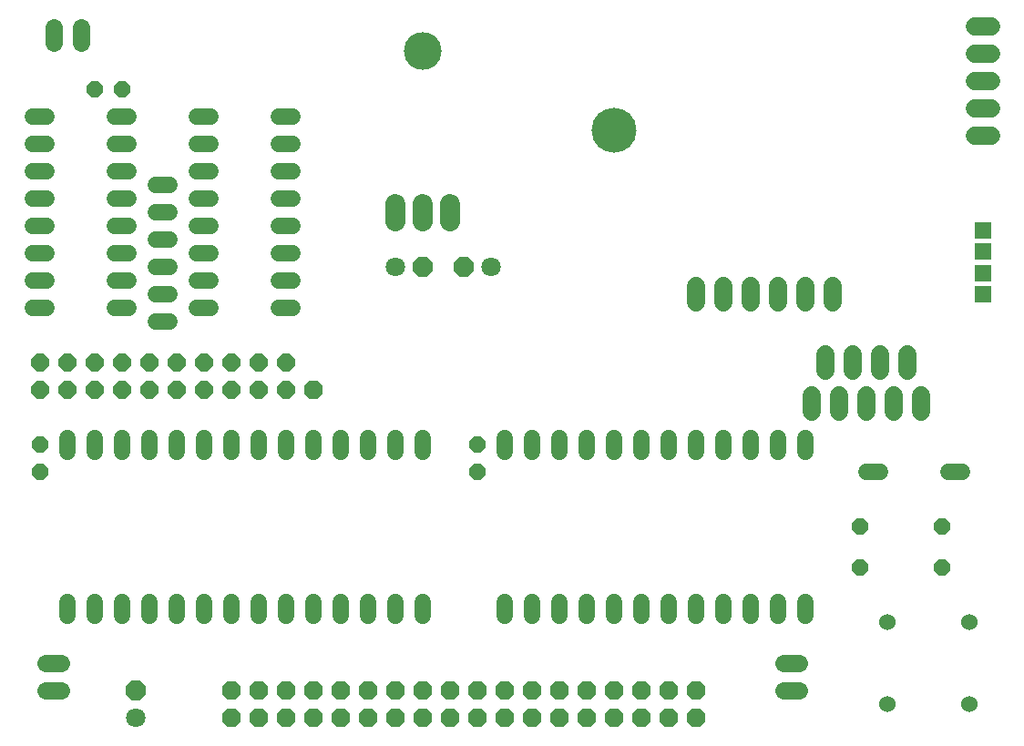
<source format=gts>
G04 EAGLE Gerber RS-274X export*
G75*
%MOMM*%
%FSLAX34Y34*%
%LPD*%
%INSoldermask Top*%
%IPPOS*%
%AMOC8*
5,1,8,0,0,1.08239X$1,22.5*%
G01*
%ADD10P,1.649562X8X202.500000*%
%ADD11P,1.649562X8X292.500000*%
%ADD12C,1.524000*%
%ADD13P,1.951982X8X112.500000*%
%ADD14C,1.803400*%
%ADD15C,1.524000*%
%ADD16P,1.759533X8X22.500000*%
%ADD17C,1.625600*%
%ADD18C,1.727200*%
%ADD19R,1.511200X1.511200*%
%ADD20P,1.951982X8X22.500000*%
%ADD21P,1.951982X8X202.500000*%
%ADD22C,1.879600*%
%ADD23C,3.505200*%
%ADD24C,4.165600*%
%ADD25P,1.869504X8X202.500000*%
%ADD26P,1.649562X8X22.500000*%
%ADD27P,1.869504X8X22.500000*%


D10*
X101600Y622300D03*
X76200Y622300D03*
D11*
X25400Y292100D03*
X25400Y266700D03*
X431800Y292100D03*
X431800Y266700D03*
D12*
X889000Y127000D03*
X812800Y127000D03*
X812800Y50800D03*
X889000Y50800D03*
D13*
X114300Y63500D03*
D14*
X114300Y38100D03*
D15*
X50800Y133096D02*
X50800Y146304D01*
X76200Y146304D02*
X76200Y133096D01*
X101600Y133096D02*
X101600Y146304D01*
X127000Y146304D02*
X127000Y133096D01*
X152400Y133096D02*
X152400Y146304D01*
X177800Y146304D02*
X177800Y133096D01*
X203200Y133096D02*
X203200Y146304D01*
X228600Y146304D02*
X228600Y133096D01*
X254000Y133096D02*
X254000Y146304D01*
X279400Y146304D02*
X279400Y133096D01*
X304800Y133096D02*
X304800Y146304D01*
X330200Y146304D02*
X330200Y133096D01*
X355600Y133096D02*
X355600Y146304D01*
X381000Y146304D02*
X381000Y133096D01*
X381000Y285496D02*
X381000Y298704D01*
X355600Y298704D02*
X355600Y285496D01*
X330200Y285496D02*
X330200Y298704D01*
X304800Y298704D02*
X304800Y285496D01*
X279400Y285496D02*
X279400Y298704D01*
X254000Y298704D02*
X254000Y285496D01*
X228600Y285496D02*
X228600Y298704D01*
X203200Y298704D02*
X203200Y285496D01*
X177800Y285496D02*
X177800Y298704D01*
X152400Y298704D02*
X152400Y285496D01*
X127000Y285496D02*
X127000Y298704D01*
X101600Y298704D02*
X101600Y285496D01*
X76200Y285496D02*
X76200Y298704D01*
X50800Y298704D02*
X50800Y285496D01*
D16*
X25400Y342900D03*
X25400Y368300D03*
X50800Y342900D03*
X50800Y368300D03*
X76200Y342900D03*
X76200Y368300D03*
X101600Y342900D03*
X101600Y368300D03*
X127000Y342900D03*
X127000Y368300D03*
X152400Y342900D03*
X152400Y368300D03*
X177800Y342900D03*
X177800Y368300D03*
X203200Y342900D03*
X203200Y368300D03*
X228600Y342900D03*
X228600Y368300D03*
X254000Y342900D03*
X254000Y368300D03*
D15*
X32004Y596900D02*
X18796Y596900D01*
X18796Y571500D02*
X32004Y571500D01*
X32004Y444500D02*
X18796Y444500D01*
X18796Y419100D02*
X32004Y419100D01*
X32004Y546100D02*
X18796Y546100D01*
X18796Y520700D02*
X32004Y520700D01*
X32004Y469900D02*
X18796Y469900D01*
X18796Y495300D02*
X32004Y495300D01*
X94996Y419100D02*
X108204Y419100D01*
X108204Y444500D02*
X94996Y444500D01*
X94996Y469900D02*
X108204Y469900D01*
X108204Y495300D02*
X94996Y495300D01*
X94996Y520700D02*
X108204Y520700D01*
X108204Y546100D02*
X94996Y546100D01*
X94996Y571500D02*
X108204Y571500D01*
X108204Y596900D02*
X94996Y596900D01*
X133096Y533400D02*
X146304Y533400D01*
X146304Y508000D02*
X133096Y508000D01*
X133096Y482600D02*
X146304Y482600D01*
X146304Y457200D02*
X133096Y457200D01*
X133096Y431800D02*
X146304Y431800D01*
X146304Y406400D02*
X133096Y406400D01*
D17*
X716788Y63500D02*
X731012Y63500D01*
X731012Y88900D02*
X716788Y88900D01*
D15*
X457200Y133096D02*
X457200Y146304D01*
X482600Y146304D02*
X482600Y133096D01*
X508000Y133096D02*
X508000Y146304D01*
X533400Y146304D02*
X533400Y133096D01*
X558800Y133096D02*
X558800Y146304D01*
X584200Y146304D02*
X584200Y133096D01*
X609600Y133096D02*
X609600Y146304D01*
X635000Y146304D02*
X635000Y133096D01*
X660400Y133096D02*
X660400Y146304D01*
X685800Y146304D02*
X685800Y133096D01*
X711200Y133096D02*
X711200Y146304D01*
X736600Y146304D02*
X736600Y133096D01*
X736600Y285496D02*
X736600Y298704D01*
X711200Y298704D02*
X711200Y285496D01*
X685800Y285496D02*
X685800Y298704D01*
X660400Y298704D02*
X660400Y285496D01*
X635000Y285496D02*
X635000Y298704D01*
X609600Y298704D02*
X609600Y285496D01*
X584200Y285496D02*
X584200Y298704D01*
X558800Y298704D02*
X558800Y285496D01*
X533400Y285496D02*
X533400Y298704D01*
X508000Y298704D02*
X508000Y285496D01*
X482600Y285496D02*
X482600Y298704D01*
X457200Y298704D02*
X457200Y285496D01*
D17*
X45212Y88900D02*
X30988Y88900D01*
X30988Y63500D02*
X45212Y63500D01*
X38100Y665988D02*
X38100Y680212D01*
X63500Y680212D02*
X63500Y665988D01*
D18*
X635000Y439420D02*
X635000Y424180D01*
X660400Y424180D02*
X660400Y439420D01*
X685800Y439420D02*
X685800Y424180D01*
X711200Y424180D02*
X711200Y439420D01*
X736600Y439420D02*
X736600Y424180D01*
X762000Y424180D02*
X762000Y439420D01*
D19*
X901700Y431800D03*
X901700Y451866D03*
X901700Y471678D03*
X901700Y491744D03*
D18*
X909320Y579120D02*
X894080Y579120D01*
X894080Y604520D02*
X909320Y604520D01*
X909320Y629920D02*
X894080Y629920D01*
X894080Y655320D02*
X909320Y655320D01*
X909320Y680720D02*
X894080Y680720D01*
X844550Y337820D02*
X844550Y322580D01*
X819150Y322580D02*
X819150Y337820D01*
X793750Y337820D02*
X793750Y322580D01*
X768350Y322580D02*
X768350Y337820D01*
X742950Y337820D02*
X742950Y322580D01*
D20*
X381000Y457200D03*
D14*
X355600Y457200D03*
D21*
X419100Y457200D03*
D14*
X444500Y457200D03*
D22*
X355600Y499618D02*
X355600Y516382D01*
X381000Y516382D02*
X381000Y499618D01*
X406400Y499618D02*
X406400Y516382D01*
D23*
X381000Y657860D03*
D24*
X558800Y584200D03*
D25*
X635000Y63500D03*
X609600Y63500D03*
X584200Y63500D03*
X558800Y63500D03*
X533400Y63500D03*
X508000Y63500D03*
X635000Y38100D03*
X609600Y38100D03*
X584200Y38100D03*
X558800Y38100D03*
X533400Y38100D03*
X508000Y38100D03*
X482600Y63500D03*
X482600Y38100D03*
X457200Y63500D03*
X431800Y63500D03*
X406400Y63500D03*
X381000Y63500D03*
X355600Y63500D03*
X330200Y63500D03*
X457200Y38100D03*
X431800Y38100D03*
X406400Y38100D03*
X381000Y38100D03*
X355600Y38100D03*
X330200Y38100D03*
X304800Y63500D03*
X304800Y38100D03*
X279400Y63500D03*
X254000Y63500D03*
X228600Y63500D03*
X203200Y63500D03*
X279400Y38100D03*
X254000Y38100D03*
X228600Y38100D03*
X203200Y38100D03*
D26*
X787400Y215900D03*
X863600Y215900D03*
D15*
X869696Y266700D02*
X882904Y266700D01*
X806704Y266700D02*
X793496Y266700D01*
D26*
X787400Y177800D03*
X863600Y177800D03*
D15*
X184404Y596900D02*
X171196Y596900D01*
X171196Y571500D02*
X184404Y571500D01*
X184404Y444500D02*
X171196Y444500D01*
X171196Y419100D02*
X184404Y419100D01*
X184404Y546100D02*
X171196Y546100D01*
X171196Y520700D02*
X184404Y520700D01*
X184404Y469900D02*
X171196Y469900D01*
X171196Y495300D02*
X184404Y495300D01*
X247396Y419100D02*
X260604Y419100D01*
X260604Y444500D02*
X247396Y444500D01*
X247396Y469900D02*
X260604Y469900D01*
X260604Y495300D02*
X247396Y495300D01*
X247396Y520700D02*
X260604Y520700D01*
X260604Y546100D02*
X247396Y546100D01*
X247396Y571500D02*
X260604Y571500D01*
X260604Y596900D02*
X247396Y596900D01*
D18*
X831850Y375920D02*
X831850Y360680D01*
X806450Y360680D02*
X806450Y375920D01*
X781050Y375920D02*
X781050Y360680D01*
X755650Y360680D02*
X755650Y375920D01*
D27*
X279400Y342900D03*
M02*

</source>
